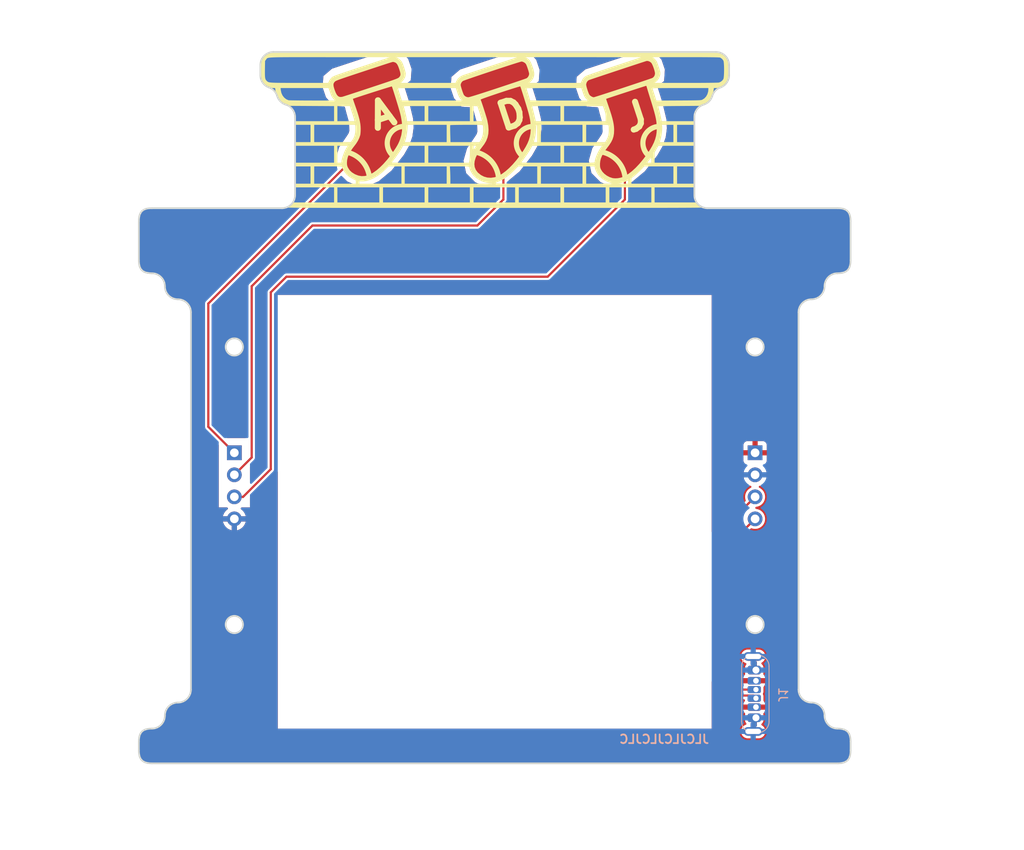
<source format=kicad_pcb>
(kicad_pcb (version 20221018) (generator pcbnew)
  (layers (0 "F.Cu" signal) (31 "B.Cu" signal) (34 "B.Paste" user) (35 "F.Paste" user) (36 "B.SilkS" user "B.Silkscreen") (37 "F.SilkS" user "F.Silkscreen") (38 "B.Mask" user) (39 "F.Mask" user) (44 "Edge.Cuts" user))
  (net 0 "")
  (net 1 "/CC1")
  (net 2 "+5V")
  (net 3 "GND")
  (net 4 "/CC2")
  (net 5 "/TOUCH1")
  (net 6 "/TOUCH2")
  (net 7 "/TOUCH3")
  (footprint "Connector_PinHeader_2.54mm:PinHeader_1x04_P2.54mm_Vertical" (layer "F.Cu") (at 160 106.2)
    (fp_text reference "J3" hide)
    (fp_text value "PWR")
    (pad "1" thru_hole rect (at 0 0) (size 1.7 1.7) (drill 1) (layers "*.Cu" "*.Mask") (net 2 "+5V"))
    (pad "2" thru_hole oval (at 0 2.54) (size 1.7 1.7) (drill 1) (layers "*.Cu" "*.Mask") (net 3 "GND"))
    (pad "3" thru_hole oval (at 0 5.08) (size 1.7 1.7) (drill 1) (layers "*.Cu" "*.Mask") (net 1 "/CC1"))
    (pad "4" thru_hole oval (at 0 7.62) (size 1.7 1.7) (drill 1) (layers "*.Cu" "*.Mask") (net 4 "/CC2"))
  )
  (footprint "cap_sock:cap_sock" (layer "F.Cu") (at 145.635654 67.331541)
    (fp_text reference "TP3" hide)
    (fp_text value "TOUCH3" hide)
    (pad "1" smd custom (at 0 3.6) (size 2.286 2.286) (layers "F.Cu") (net 7 "/TOUCH3") (options (clearance outline) (anchor circle)) (primitives (gr_poly (pts (xy -0.986112 3.603613) (xy -1.618959 3.715068) (xy -2.244652 3.638361) (xy -2.862502 3.363651) (xy -3.579301 2.646845) (xy -3.774587 1.744484) (xy -3.476669 0.709748) (xy -2.71386 -0.404179) (xy -2.373613 -0.928337) (xy -2.2 -1.5) (xy -2.244174 -2.761999) (xy -2.629385 -4.142486) (xy -3.138633 -5.593772) (xy -3.162998 -5.66752) (xy -3.855271 -5.438806) (xy -4.554394 -5.486939) (xy -5.014261 -6.008841) (xy -5.273489 -6.773012) (xy -5.224716 -7.46296) (xy -4.695874 -7.916791) (xy 1.543446 -9.978149) (xy 2.242569 -9.930015) (xy 2.702436 -9.408113) (xy 2.961664 -8.643942) (xy 2.912891 -7.953995) (xy 2.384049 -7.500164) (xy 1.903638 -7.341445) (xy 1.979217 -7.112682) (xy 2.702758 -4.787184) (xy 3.154785 -2.905386) (xy 3.202182 -2.049534) (xy 3.089543 -1.207) (xy 2.786147 -0.345246) (xy 2.261276 0.568264) (xy 0.94845 2.238662) (xy -0.346802 3.313834)) (width 0.2) (fill yes))))
    (zone (net 0) (net_name "") (layers "F&B.Cu") (connect_pads (clearance 0)) (min_thickness 0.25)
      (keepout (tracks allowed) (vias allowed) (pads allowed) (copperpour not_allowed) (footprints allowed))
      (fill (thermal_gap 0.5) (thermal_bridge_width 0.5))
      (polygon (pts (xy 139.35179 64.159135) (xy 139.740066 65.303723) (xy 140.603972 66.284168) (xy 141.90896 66.374013) (xy 142.053193 66.959464) (xy 142.397602 68.193725) (xy 142.431787 69.170347) (xy 142.347623 69.447474) (xy 142.09108 69.842685) (xy 141.244031 71.079628) (xy 140.831761 72.511531) (xy 141.142552 73.947605) (xy 142.198625 75.003689) (xy 143.122482 75.414456) (xy 144.044496 75.527491) (xy 144.948703 75.368245) (xy 145.825469 74.970834) (xy 147.305974 73.741886) (xy 148.72926 71.930942) (xy 149.335922 70.875079) (xy 149.70405 69.829465) (xy 149.842868 68.79111) (xy 149.78525 67.750694) (xy 149.304397 65.748894) (xy 148.753603 63.990617) (xy 149.517958 63.334678) (xy 149.610378 62.027295) (xy 149.222102 60.882708) (xy 148.358196 59.902263) (xy 147.053209 59.812416) (xy 140.439819 61.99736) (xy 139.44421 62.851752)))
    )
  )
  (footprint "cap_sock:cap_sock" (layer "F.Cu") (at 116.45 67.25)
    (fp_text reference "TP1" hide)
    (fp_text value "TOUCH1" hide)
    (pad "1" smd custom (at 0 3.6) (size 2.286 2.286) (layers "F.Cu") (net 5 "/TOUCH1") (options (clearance outline) (anchor circle)) (primitives (gr_poly (pts (xy -0.986112 3.603613) (xy -1.618959 3.715068) (xy -2.244652 3.638361) (xy -2.862502 3.363651) (xy -3.579301 2.646845) (xy -3.774587 1.744484) (xy -3.476669 0.709748) (xy -2.71386 -0.404179) (xy -2.373613 -0.928337) (xy -2.2 -1.5) (xy -2.244174 -2.761999) (xy -2.629385 -4.142486) (xy -3.138633 -5.593772) (xy -3.162998 -5.66752) (xy -3.855271 -5.438806) (xy -4.554394 -5.486939) (xy -5.014261 -6.008841) (xy -5.273489 -6.773012) (xy -5.224716 -7.46296) (xy -4.695874 -7.916791) (xy 1.543446 -9.978149) (xy 2.242569 -9.930015) (xy 2.702436 -9.408113) (xy 2.961664 -8.643942) (xy 2.912891 -7.953995) (xy 2.384049 -7.500164) (xy 1.903638 -7.341445) (xy 1.979217 -7.112682) (xy 2.702758 -4.787184) (xy 3.154785 -2.905386) (xy 3.202182 -2.049534) (xy 3.089543 -1.207) (xy 2.786147 -0.345246) (xy 2.261276 0.568264) (xy 0.94845 2.238662) (xy -0.346802 3.313834)) (width 0.2) (fill yes))))
    (zone (net 0) (net_name "") (layers "F&B.Cu") (connect_pads (clearance 0)) (min_thickness 0.25)
      (keepout (tracks allowed) (vias allowed) (pads allowed) (copperpour not_allowed) (footprints allowed))
      (fill (thermal_gap 0.5) (thermal_bridge_width 0.5))
      (polygon (pts (xy 110.166136 64.077594) (xy 110.554412 65.222182) (xy 111.418318 66.202627) (xy 112.723306 66.292472) (xy 112.867539 66.877923) (xy 113.211948 68.112184) (xy 113.246133 69.088806) (xy 113.161969 69.365933) (xy 112.905426 69.761144) (xy 112.058377 70.998087) (xy 111.646107 72.42999) (xy 111.956898 73.866064) (xy 113.012971 74.922148) (xy 113.936828 75.332915) (xy 114.858842 75.44595) (xy 115.763049 75.286704) (xy 116.639815 74.889293) (xy 118.12032 73.660345) (xy 119.543606 71.849401) (xy 120.150268 70.793538) (xy 120.518396 69.747924) (xy 120.657214 68.709569) (xy 120.599596 67.669153) (xy 120.118743 65.667353) (xy 119.567949 63.909076) (xy 120.332304 63.253137) (xy 120.424724 61.945754) (xy 120.036448 60.801167) (xy 119.172542 59.820722) (xy 117.867555 59.730875) (xy 111.254165 61.915819) (xy 110.258556 62.770211)))
    )
  )
  (footprint "LOGO" (layer "F.Cu") (at 129.978798 101)
    (fp_text reference "G***" hide)
    (fp_text value "LOGO" hide)
  )
  (footprint "Connector_PinHeader_2.54mm:PinHeader_1x04_P2.54mm_Vertical" (layer "F.Cu") (at 100 106.2)
    (fp_text reference "J2" hide)
    (fp_text value "CAPTOUCH")
    (pad "1" thru_hole rect (at 0 0) (size 1.7 1.7) (drill 1) (layers "*.Cu" "*.Mask") (net 5 "/TOUCH1"))
    (pad "2" thru_hole oval (at 0 2.54) (size 1.7 1.7) (drill 1) (layers "*.Cu" "*.Mask") (net 6 "/TOUCH2"))
    (pad "3" thru_hole oval (at 0 5.08) (size 1.7 1.7) (drill 1) (layers "*.Cu" "*.Mask") (net 7 "/TOUCH3"))
    (pad "4" thru_hole oval (at 0 7.62) (size 1.7 1.7) (drill 1) (layers "*.Cu" "*.Mask") (net 3 "GND"))
  )
  (footprint "cap_sock:cap_sock" (layer "F.Cu") (at 131.2 67.35)
    (fp_text reference "TP2" hide)
    (fp_text value "TOUCH2" hide)
    (pad "1" smd custom (at 0 3.6) (size 2.286 2.286) (layers "F.Cu") (net 6 "/TOUCH2") (options (clearance outline) (anchor circle)) (primitives (gr_poly (pts (xy -0.986112 3.603613) (xy -1.618959 3.715068) (xy -2.244652 3.638361) (xy -2.862502 3.363651) (xy -3.579301 2.646845) (xy -3.774587 1.744484) (xy -3.476669 0.709748) (xy -2.71386 -0.404179) (xy -2.373613 -0.928337) (xy -2.2 -1.5) (xy -2.244174 -2.761999) (xy -2.629385 -4.142486) (xy -3.138633 -5.593772) (xy -3.162998 -5.66752) (xy -3.855271 -5.438806) (xy -4.554394 -5.486939) (xy -5.014261 -6.008841) (xy -5.273489 -6.773012) (xy -5.224716 -7.46296) (xy -4.695874 -7.916791) (xy 1.543446 -9.978149) (xy 2.242569 -9.930015) (xy 2.702436 -9.408113) (xy 2.961664 -8.643942) (xy 2.912891 -7.953995) (xy 2.384049 -7.500164) (xy 1.903638 -7.341445) (xy 1.979217 -7.112682) (xy 2.702758 -4.787184) (xy 3.154785 -2.905386) (xy 3.202182 -2.049534) (xy 3.089543 -1.207) (xy 2.786147 -0.345246) (xy 2.261276 0.568264) (xy 0.94845 2.238662) (xy -0.346802 3.313834)) (width 0.2) (fill yes))))
    (zone (net 0) (net_name "") (layers "F&B.Cu") (connect_pads (clearance 0)) (min_thickness 0.25)
      (keepout (tracks allowed) (vias allowed) (pads allowed) (copperpour not_allowed) (footprints allowed))
      (fill (thermal_gap 0.5) (thermal_bridge_width 0.5))
      (polygon (pts (xy 124.916136 64.177594) (xy 125.304412 65.322182) (xy 126.168318 66.302627) (xy 127.473306 66.392472) (xy 127.617539 66.977923) (xy 127.961948 68.212184) (xy 127.996133 69.188806) (xy 127.911969 69.465933) (xy 127.655426 69.861144) (xy 126.808377 71.098087) (xy 126.396107 72.52999) (xy 126.706898 73.966064) (xy 127.762971 75.022148) (xy 128.686828 75.432915) (xy 129.608842 75.54595) (xy 130.513049 75.386704) (xy 131.389815 74.989293) (xy 132.87032 73.760345) (xy 134.293606 71.949401) (xy 134.900268 70.893538) (xy 135.268396 69.847924) (xy 135.407214 68.809569) (xy 135.349596 67.769153) (xy 134.868743 65.767353) (xy 134.317949 64.009076) (xy 135.082304 63.353137) (xy 135.174724 62.045754) (xy 134.786448 60.901167) (xy 133.922542 59.920722) (xy 132.617555 59.830875) (xy 126.004165 62.015819) (xy 125.008556 62.870211)))
    )
  )
  (footprint "Library:TYPE-C-31-D-08" (layer "B.Cu") (at 158.45 134 90)
    (fp_text reference "J1" (at -0.1 4.75 270 unlocked) (layer "B.SilkS") (effects (justify mirror)))
    (fp_text value "USB_C_Receptacle_PowerOnly_6P")
    (pad "A5" thru_hole roundrect (at -0.5 1.65 90) (size 0.82 1.524) (drill 0.6 (offset 0 -0.2)) (layers "*.Cu" "*.Mask") (net 1 "/CC1"))
    (pad "A9" thru_hole roundrect (at 1.52 1.65 90) (size 0.862 1.524) (drill 0.65 (offset 0 -0.2)) (layers "*.Cu" "*.Mask") (net 2 "+5V"))
    (pad "A12" thru_hole roundrect (at 2.75 1.65 90) (size 1 1.524) (drill 0.8 (offset 0 -0.2)) (layers "*.Cu" "*.Mask") (net 3 "GND"))
    (pad "B5" thru_hole roundrect (at 0.5 1.65 90) (size 0.82 1.524) (drill 0.6 (offset 0 -0.2)) (layers "*.Cu" "*.Mask") (net 4 "/CC2"))
    (pad "B9" thru_hole roundrect (at -1.52 1.65 90) (size 0.862 1.524) (drill 0.65 (offset 0 -0.2)) (layers "*.Cu" "*.Mask") (net 2 "+5V"))
    (pad "B12" thru_hole roundrect (at -2.75 1.65 90) (size 1 1.524) (drill 0.8 (offset 0 -0.2)) (layers "*.Cu" "*.Mask") (net 3 "GND"))
    (pad "S1" thru_hole oval (at -4.32 1.33 90) (size 1 2.2) (drill oval 0.6 1.8) (layers "*.Cu" "*.Mask") (net 3 "GND"))
    (pad "S1" thru_hole oval (at 4.32 1.33 90) (size 1 2.2) (drill oval 0.6 1.8) (layers "*.Cu" "*.Mask") (net 3 "GND"))
  )
  (gr_arc (start 118.327356 71.991842) (mid 117.724671 69.871479) (end 119.507368 68.574884) (stroke (width 0.6)) (layer "F.SilkS"))
  (gr_arc (start 133.2 71.991842) (mid 132.597315 69.871479) (end 134.380012 68.574884) (stroke (width 0.6)) (layer "F.SilkS"))
  (gr_arc (start 112.994679 71.55) (mid 114.725 72.569975) (end 115.555859 74.398645) (stroke (width 0.6)) (layer "F.SilkS"))
  (gr_arc (start 147.782677 71.991842) (mid 147.179992 69.871479) (end 148.962689 68.574884) (stroke (width 0.6)) (layer "F.SilkS"))
  (gr_arc (start 127.867323 71.55) (mid 129.597644 72.569975) (end 130.428503 74.398645) (stroke (width 0.6)) (layer "F.SilkS"))
  (gr_arc (start 142.45 71.55) (mid 144.180321 72.569975) (end 145.01118 74.398645) (stroke (width 0.6)) (layer "F.SilkS"))
  (gr_arc locked (start 95 133.5) (mid 94.56066 134.56066) (end 93.5 135) (stroke (width 0.2)) (layer "Edge.Cuts"))
  (gr_line locked (start 103 61.5) (end 103 62.671573) (stroke (width 0.2)) (layer "Edge.Cuts"))
  (gr_curve locked (pts (xy 169.5 138) (xy 169.790926 138) (xy 170.031356 138.032804) (xy 170.228254 138.099325)) (stroke (width 0.2)) (layer "Edge.Cuts"))
  (gr_curve locked (pts (xy 89.043877 138.98409) (xy 89.011257 139.151924) (xy 89 139.329577) (xy 89 139.5)) (stroke (width 0.2)) (layer "Edge.Cuts"))
  (gr_curve locked (pts (xy 89.099325 84.728254) (xy 89.145523 84.864998) (xy 89.211805 84.992056) (xy 89.306687 85.101164)) (stroke (width 0.2)) (layer "Edge.Cuts"))
  (gr_arc locked (start 157 62.671573) (mid 156.724755 63.537611) (end 156 64.085786) (stroke (width 0.2)) (layer "Edge.Cuts"))
  (gr_curve locked (pts (xy 89 140.5) (xy 89 140.790926) (xy 89.032804 141.031356) (xy 89.099325 141.228254)) (stroke (width 0.2)) (layer "Edge.Cuts"))
  (gr_line locked (start 89 139.5) (end 89 140.5) (stroke (width 0.2)) (layer "Edge.Cuts"))
  (gr_arc locked (start 104 64.085786) (mid 103.275255 63.537598) (end 103 62.671573) (stroke (width 0.2)) (layer "Edge.Cuts"))
  (gr_arc locked (start 155.064586 65.064586) (mid 155.415579 64.463646) (end 156 64.085786) (stroke (width 0.2)) (layer "Edge.Cuts"))
  (gr_line locked (start 95 90) (end 95 133.5) (stroke (width 0.2)) (layer "Edge.Cuts"))
  (gr_curve locked (pts (xy 89.98409 85.456123) (xy 90.151924 85.488743) (xy 90.329577 85.5) (xy 90.5 85.5)) (stroke (width 0.2)) (layer "Edge.Cuts"))
  (gr_circle locked (center 160 94) (end 161 94) (stroke (width 0.2)) (fill none) (layer "Edge.Cuts"))
  (gr_curve locked (pts (xy 170.01591 141.956123) (xy 169.848076 141.988743) (xy 169.670423 142) (xy 169.5 142)) (stroke (width 0.2)) (layer "Edge.Cuts"))
  (gr_curve locked (pts (xy 170.828226 138.599348) (xy 170.890259 138.719768) (xy 170.930332 138.851395) (xy 170.956123 138.98409)) (stroke (width 0.2)) (layer "Edge.Cuts"))
  (gr_curve locked (pts (xy 89.771746 78.099325) (xy 89.635002 78.145523) (xy 89.507944 78.211805) (xy 89.398836 78.306687)) (stroke (width 0.2)) (layer "Edge.Cuts"))
  (gr_arc locked (start 166.5 135) (mid 167.56066 135.43934) (end 168 136.5) (stroke (width 0.2)) (layer "Edge.Cuts"))
  (gr_circle locked (center 100 126) (end 101 126) (stroke (width 0.2)) (fill none) (layer "Edge.Cuts"))
  (gr_curve locked (pts (xy 89.98409 141.956123) (xy 90.151924 141.988743) (xy 90.329577 142) (xy 90.5 142)) (stroke (width 0.2)) (layer "Edge.Cuts"))
  (gr_line locked (start 157 62.671573) (end 157 61.5) (stroke (width 0.2)) (layer "Edge.Cuts"))
  (gr_curve locked (pts (xy 89.599348 85.328226) (xy 89.719768 85.390259) (xy 89.851395 85.430332) (xy 89.98409 85.456123)) (stroke (width 0.2)) (layer "Edge.Cuts"))
  (gr_curve locked (pts (xy 89 84) (xy 89 84.290926) (xy 89.032804 84.531356) (xy 89.099325 84.728254)) (stroke (width 0.2)) (layer "Edge.Cuts"))
  (gr_curve locked (pts (xy 170.693313 141.601164) (xy 170.610706 141.696157) (xy 170.512501 141.770608) (xy 170.400652 141.828226)) (stroke (width 0.2)) (layer "Edge.Cuts"))
  (gr_curve locked (pts (xy 170.400652 141.828226) (xy 170.280232 141.890259) (xy 170.148605 141.930332) (xy 170.01591 141.956123)) (stroke (width 0.2)) (layer "Edge.Cuts"))
  (gr_arc locked (start 107 76.5) (mid 106.56066 77.56066) (end 105.5 78) (stroke (width 0.2)) (layer "Edge.Cuts"))
  (gr_curve locked (pts (xy 170.693313 85.101164) (xy 170.610706 85.196157) (xy 170.512501 85.270608) (xy 170.400652 85.328226)) (stroke (width 0.2)) (layer "Edge.Cuts"))
  (gr_line locked (start 171 140.5) (end 171 139.5) (stroke (width 0.2)) (layer "Edge.Cuts"))
  (gr_line locked (start 153 76.5) (end 153 67.5) (stroke (width 0.2)) (layer "Edge.Cuts"))
  (gr_arc locked (start 105.935414 66.064586) (mid 105.310169 65.689831) (end 104.935414 65.064586) (stroke (width 0.2)) (layer "Edge.Cuts"))
  (gr_line locked (start 107 67.5) (end 107 76.5) (stroke (width 0.2)) (layer "Edge.Cuts"))
  (gr_line locked (start 90.5 142) (end 169.5 142) (stroke (width 0.2)) (layer "Edge.Cuts"))
  (gr_arc locked (start 168 87) (mid 168.43934 85.93934) (end 169.5 85.5) (stroke (width 0.2)) (layer "Edge.Cuts"))
  (gr_curve locked (pts (xy 170.01591 85.456123) (xy 169.848076 85.488743) (xy 169.670423 85.5) (xy 169.5 85.5)) (stroke (width 0.2)) (layer "Edge.Cuts"))
  (gr_arc locked (start 154.5 78) (mid 153.43934 77.56066) (end 153 76.5) (stroke (width 0.2)) (layer "Edge.Cuts"))
  (gr_arc locked (start 103 61.5) (mid 103.43934 60.43934) (end 104.5 60) (stroke (width 0.2)) (layer "Edge.Cuts"))
  (gr_curve locked (pts (xy 171 140.5) (xy 171 140.790926) (xy 170.967196 141.031356) (xy 170.900675 141.228254)) (stroke (width 0.2)) (layer "Edge.Cuts"))
  (gr_curve locked (pts (xy 89.599348 141.828226) (xy 89.719768 141.890259) (xy 89.851395 141.930332) (xy 89.98409 141.956123)) (stroke (width 0.2)) (layer "Edge.Cuts"))
  (gr_arc locked (start 165 90) (mid 165.43934 88.93934) (end 166.5 88.5) (stroke (width 0.2)) (layer "Edge.Cuts"))
  (gr_curve locked (pts (xy 170.228254 138.099325) (xy 170.364998 138.145523) (xy 170.492056 138.211805) (xy 170.601164 138.306687)) (stroke (width 0.2)) (layer "Edge.Cuts"))
  (gr_arc locked (start 155.5 60) (mid 156.56066 60.43934) (end 157 61.5) (stroke (width 0.2)) (layer "Edge.Cuts"))
  (gr_arc locked (start 104 64.085786) (mid 104.584421 64.463645) (end 104.935414 65.064586) (stroke (width 0.2)) (layer "Edge.Cuts"))
  (gr_curve locked (pts (xy 90.5 78) (xy 90.209074 78) (xy 89.968644 78.032804) (xy 89.771746 78.099325)) (stroke (width 0.2)) (layer "Edge.Cuts"))
  (gr_arc locked (start 105.935414 66.064586) (mid 106.704807 66.606446) (end 107 67.5) (stroke (width 0.2)) (layer "Edge.Cuts"))
  (gr_curve locked (pts (xy 171 84) (xy 171 84.290926) (xy 170.967196 84.531356) (xy 170.900675 84.728254)) (stroke (width 0.2)) (layer "Edge.Cuts"))
  (gr_curve locked (pts (xy 170.956123 78.98409) (xy 170.988743 79.151924) (xy 171 79.329577) (xy 171 79.5)) (stroke (width 0.2)) (layer "Edge.Cuts"))
  (gr_arc locked (start 155.064586 65.064586) (mid 154.689835 65.689835) (end 154.064586 66.064586) (stroke (width 0.2)) (layer "Edge.Cuts"))
  (gr_arc locked (start 168 87) (mid 167.56066 88.06066) (end 166.5 88.5) (stroke (width 0.2)) (layer "Edge.Cuts"))
  (gr_curve locked (pts (xy 170.900675 84.728254) (xy 170.854477 84.864998) (xy 170.788195 84.992056) (xy 170.693313 85.101164)) (stroke (width 0.2)) (layer "Edge.Cuts"))
  (gr_curve locked (pts (xy 170.828226 78.599348) (xy 170.890259 78.719768) (xy 170.930332 78.851395) (xy 170.956123 78.98409)) (stroke (width 0.2)) (layer "Edge.Cuts"))
  (gr_line locked (start 155.5 60) (end 104.5 60) (stroke (width 0.2)) (layer "Edge.Cuts"))
  (gr_line locked (start 89 79.5) (end 89 84) (stroke (width 0.2)) (layer "Edge.Cuts"))
  (gr_arc locked (start 153 67.5) (mid 153.295193 66.606446) (end 154.064586 66.064586) (stroke (width 0.2)) (layer "Edge.Cuts"))
  (gr_curve locked (pts (xy 90.5 138) (xy 90.209074 138) (xy 89.968644 138.032804) (xy 89.771746 138.099325)) (stroke (width 0.2)) (layer "Edge.Cuts"))
  (gr_curve locked (pts (xy 170.601164 78.306687) (xy 170.696157 78.389294) (xy 170.770608 78.487499) (xy 170.828226 78.599348)) (stroke (width 0.2)) (layer "Edge.Cuts"))
  (gr_curve locked (pts (xy 170.400652 85.328226) (xy 170.280232 85.390259) (xy 170.148605 85.430332) (xy 170.01591 85.456123)) (stroke (width 0.2)) (layer "Edge.Cuts"))
  (gr_curve locked (pts (xy 170.900675 141.228254) (xy 170.854477 141.364998) (xy 170.788195 141.492056) (xy 170.693313 141.601164)) (stroke (width 0.2)) (layer "Edge.Cuts"))
  (gr_curve locked (pts (xy 170.956123 138.98409) (xy 170.988743 139.151924) (xy 171 139.329577) (xy 171 139.5)) (stroke (width 0.2)) (layer "Edge.Cuts"))
  (gr_line locked (start 171 84) (end 171 79.5) (stroke (width 0.2)) (layer "Edge.Cuts"))
  (gr_arc locked (start 93.5 88.5) (mid 92.43934 88.06066) (end 92 87) (stroke (width 0.2)) (layer "Edge.Cuts"))
  (gr_curve locked (pts (xy 89.043877 78.98409) (xy 89.011257 79.151924) (xy 89 79.329577) (xy 89 79.5)) (stroke (width 0.2)) (layer "Edge.Cuts"))
  (gr_curve locked (pts (xy 169.5 78) (xy 169.790926 78) (xy 170.031356 78.032804) (xy 170.228254 78.099325)) (stroke (width 0.2)) (layer "Edge.Cuts"))
  (gr_curve locked (pts (xy 89.306687 85.101164) (xy 89.389294 85.196157) (xy 89.487499 85.270608) (xy 89.599348 85.328226)) (stroke (width 0.2)) (layer "Edge.Cuts"))
  (gr_curve locked (pts (xy 170.601164 138.306687) (xy 170.696157 138.389294) (xy 170.770608 138.487499) (xy 170.828226 138.599348)) (stroke (width 0.2)) (layer "Edge.Cuts"))
  (gr_curve locked (pts (xy 89.306687 141.601164) (xy 89.389294 141.696157) (xy 89.487499 141.770608) (xy 89.599348 141.828226)) (stroke (width 0.2)) (layer "Edge.Cuts"))
  (gr_arc locked (start 92 136.5) (mid 91.56066 137.56066) (end 90.5 138) (stroke (width 0.2)) (layer "Edge.Cuts"))
  (gr_curve locked (pts (xy 89.398836 78.306687) (xy 89.303843 78.389294) (xy 89.229392 78.487499) (xy 89.171774 78.599348)) (stroke (width 0.2)) (layer "Edge.Cuts"))
  (gr_line locked (start 165 133.5) (end 165 90) (stroke (width 0.2)) (layer "Edge.Cuts"))
  (gr_curve locked (pts (xy 170.228254 78.099325) (xy 170.364998 78.145523) (xy 170.492056 78.211805) (xy 170.601164 78.306687)) (stroke (width 0.2)) (layer "Edge.Cuts"))
  (gr_arc locked (start 166.5 135) (mid 165.43934 134.56066) (end 165 133.5) (stroke (width 0.2)) (layer "Edge.Cuts"))
  (gr_curve locked (pts (xy 89.771746 138.099325) (xy 89.635002 138.145523) (xy 89.507944 138.211805) (xy 89.398836 138.306687)) (stroke (width 0.2)) (layer "Edge.Cuts"))
  (gr_line locked (start 105.5 78) (end 90.5 78) (stroke (width 0.2)) (layer "Edge.Cuts"))
  (gr_circle locked (center 160 126) (end 161 126) (stroke (width 0.2)) (fill none) (layer "Edge.Cuts"))
  (gr_curve locked (pts (xy 89.171774 78.599348) (xy 89.109741 78.719768) (xy 89.069668 78.851395) (xy 89.043877 78.98409)) (stroke (width 0.2)) (layer "Edge.Cuts"))
  (gr_arc locked (start 90.5 85.5) (mid 91.56066 85.93934) (end 92 87) (stroke (width 0.2)) (layer "Edge.Cuts"))
  (gr_arc locked (start 169.5 138) (mid 168.43934 137.56066) (end 168 136.5) (stroke (width 0.2)) (layer "Edge.Cuts"))
  (gr_arc locked (start 93.5 88.5) (mid 94.56066 88.93934) (end 95 90) (stroke (width 0.2)) (layer "Edge.Cuts"))
  (gr_curve locked (pts (xy 89.398836 138.306687) (xy 89.303843 138.389294) (xy 89.229392 138.487499) (xy 89.171774 138.599348)) (stroke (width 0.2)) (layer "Edge.Cuts"))
  (gr_line locked (start 169.5 78) (end 154.5 78) (stroke (width 0.2)) (layer "Edge.Cuts"))
  (gr_circle locked (center 100 94) (end 101 94) (stroke (width 0.2)) (fill none) (layer "Edge.Cuts"))
  (gr_curve locked (pts (xy 89.099325 141.228254) (xy 89.145523 141.364998) (xy 89.211805 141.492056) (xy 89.306687 141.601164)) (stroke (width 0.2)) (layer "Edge.Cuts"))
  (gr_arc locked (start 92 136.5) (mid 92.43934 135.43934) (end 93.5 135) (stroke (width 0.2)) (layer "Edge.Cuts"))
  (gr_curve locked (pts (xy 89.171774 138.599348) (xy 89.109741 138.719768) (xy 89.069668 138.851395) (xy 89.043877 138.98409)) (stroke (width 0.2)) (layer "Edge.Cuts"))
  (gr_text "JLCJLCJLCJLC" (at 154.8 139.8) (layer "B.SilkS") (effects (font (size 1 1) (thickness 0.2) bold) (justify left bottom mirror)))
  (gr_text "A" (at 115.95 69.35 18.2) (layer "F.SilkS") (effects (font (size 3 3) (thickness 0.7) bold) (justify left bottom)))
  (gr_text "J" (at 145.3 69.6 18.2) (layer "F.SilkS") (effects (font (size 3 3) (thickness 0.7) bold) (justify left bottom)))
  (gr_text "D" (at 130.625 69.45 18.2) (layer "F.SilkS") (effects (font (size 3 3) (thickness 0.7) bold) (justify left bottom)))
  (segment (start 159.785 134.185) (end 157.585 134.185) (width 0.25) (layer "F.Cu") (net 1))
  (segment (start 155.86 132.46) (end 155.86 115.42) (width 0.25) (layer "F.Cu") (net 1))
  (segment (start 155.86 115.42) (end 160 111.28) (width 0.25) (layer "F.Cu") (net 1))
  (segment (start 157.585 134.185) (end 155.86 132.46) (width 0.25) (layer "F.Cu") (net 1))
  (segment (start 160.1 134.5) (end 159.785 134.185) (width 0.25) (layer "F.Cu") (net 1))
  (segment (start 157.15 132.63) (end 157.15 116.67) (width 0.25) (layer "F.Cu") (net 4))
  (segment (start 157.15 116.67) (end 160 113.82) (width 0.25) (layer "F.Cu") (net 4))
  (segment (start 160.1 133.5) (end 158.02 133.5) (width 0.25) (layer "F.Cu") (net 4))
  (segment (start 158.02 133.5) (end 157.15 132.63) (width 0.25) (layer "F.Cu") (net 4))
  (segment (start 100 106.2) (end 97 103.2) (width 0.25) (layer "F.Cu") (net 5))
  (segment (start 97 103.2) (end 97 89) (width 0.25) (layer "F.Cu") (net 5))
  (segment (start 116 70) (end 116 68) (width 0.25) (layer "F.Cu") (net 5))
  (segment (start 97 89) (end 116 70) (width 0.25) (layer "F.Cu") (net 5))
  (segment (start 102 106.74) (end 102 87) (width 0.25) (layer "F.Cu") (net 6))
  (segment (start 102 87) (end 109 80) (width 0.25) (layer "F.Cu") (net 6))
  (segment (start 128 80) (end 131 77) (width 0.25) (layer "F.Cu") (net 6))
  (segment (start 100 108.74) (end 102 106.74) (width 0.25) (layer "F.Cu") (net 6))
  (segment (start 131 77) (end 131 68) (width 0.25) (layer "F.Cu") (net 6))
  (segment (start 109 80) (end 128 80) (width 0.25) (layer "F.Cu") (net 6))
  (segment (start 100 111.28) (end 101.01 111.28) (width 0.25) (layer "F.Cu") (net 7))
  (segment (start 145 77) (end 145 68) (width 0.25) (layer "F.Cu") (net 7))
  (segment (start 106 85.9) (end 136.1 85.9) (width 0.25) (layer "F.Cu") (net 7))
  (segment (start 104.2 108.09) (end 104.2 87.7) (width 0.25) (layer "F.Cu") (net 7))
  (segment (start 136.1 85.9) (end 145 77) (width 0.25) (layer "F.Cu") (net 7))
  (segment (start 101.01 111.28) (end 104.2 108.09) (width 0.25) (layer "F.Cu") (net 7))
  (segment (start 104.2 87.7) (end 106 85.9) (width 0.25) (layer "F.Cu") (net 7))
  (zone (net 0) (net_name "") (layer "F.Cu") (connect_pads (clearance 0)) (min_thickness 0.25)
    (keepout (tracks allowed) (vias allowed) (pads allowed) (copperpour not_allowed) (footprints allowed))
    (fill (thermal_gap 0.5) (thermal_bridge_width 0.6))
    (polygon (pts (xy 158.7 107.5) (xy 161.3 107.5) (xy 161.3 110) (xy 158.7 110)))
  )
  (zone (net 2) (net_name "+5V") (layer "F.Cu") (priority 1) (connect_pads (clearance 0.3)) (min_thickness 0.25) (fill yes (thermal_gap 0.5) (thermal_bridge_width 0.6))
    (polygon (pts (xy 165 104) (xy 165 140) (xy 157 140) (xy 157 104)))
  )
  (zone (net 0) (net_name "") (layers "F&B.Cu") (connect_pads (clearance 0)) (min_thickness 0.25)
    (keepout (tracks not_allowed) (vias not_allowed) (pads not_allowed) (copperpour not_allowed) (footprints not_allowed))
    (fill (thermal_gap 0.5) (thermal_bridge_width 0.5))
    (polygon (pts (xy 105 88) (xy 155 88) (xy 155 138) (xy 105 138)))
  )
  (zone (net 3) (net_name "GND") (layers "F&B.Cu") (connect_pads (clearance 0.5)) (min_thickness 0.25) (fill yes (thermal_gap 0.5) (thermal_bridge_width 0.6) (island_removal_mode 1) (island_area_min 10))
    (polygon (pts (xy 73 54) (xy 190 54) (xy 190 152) (xy 191 151) (xy 73 151)))
  )
  (zone (net 0) (net_name "") (layers "F&B.Cu") (connect_pads (clearance 0)) (min_thickness 0.25)
    (keepout (tracks allowed) (vias allowed) (pads allowed) (copperpour not_allowed) (footprints allowed))
    (fill (thermal_gap 0.5) (thermal_bridge_width 0.5))
    (polygon (pts (xy 101.8 104.5) (xy 101.8 112.5) (xy 98.2 112.5) (xy 98.2 104.5)))
  )
  (zone (net 0) (net_name "") (layers "F&B.Cu" "F.Fab") (connect_pads (clearance 0)) (min_thickness 0.25)
    (keepout (tracks allowed) (vias allowed) (pads allowed) (copperpour not_allowed) (footprints allowed))
    (fill (thermal_gap 0.5) (thermal_bridge_width 0.6) (island_removal_mode 1) (island_area_min 10))
    (polygon (pts (xy 144.995413 67.630016) (xy 145.017791 67.628817) (xy 145.087507 67.638841) (xy 145.108638 67.646295) (xy 145.130877 67.649089) (xy 145.154193 67.662366) (xy 145.179496 67.671293) (xy 145.196169 67.68627) (xy 145.215642 67.697359) (xy 145.268872 67.743482) (xy 145.28262 67.76118) (xy 145.299818 67.775553) (xy 145.312254 67.799327) (xy 145.328713 67.820515) (xy 145.334642 67.842127) (xy 145.345031 67.861988) (xy 145.364874 67.929568) (xy 145.368049 67.965059) (xy 145.375 68) (xy 145.375 77) (xy 145.371493 77.01763) (xy 145.372455 77.035585) (xy 145.370397 77.049892) (xy 145.370706 77.05335) (xy 145.368134 77.061555) (xy 145.368294 77.064522) (xy 145.367396 77.070772) (xy 145.365882 77.075062) (xy 145.365964 77.07961) (xy 145.361037 77.092129) (xy 145.359363 77.105482) (xy 145.348301 77.124914) (xy 145.348108 77.125462) (xy 145.341537 77.146432) (xy 145.340228 77.148828) (xy 145.339605 77.149573) (xy 145.334953 77.162764) (xy 145.331913 77.166148) (xy 145.330248 77.170381) (xy 145.318352 77.18889) (xy 145.30781 77.208197) (xy 145.284961 77.235537) (xy 145.265165 77.265165) (xy 136.365165 86.165165) (xy 136.350216 86.175153) (xy 136.338204 86.188526) (xy 136.32665 86.197173) (xy 136.324427 86.199834) (xy 136.316791 86.203827) (xy 136.314796 86.206049) (xy 136.309741 86.209833) (xy 136.305639 86.211795) (xy 136.302481 86.215069) (xy 136.29015 86.220435) (xy 136.279524 86.228694) (xy 136.257954 86.234615) (xy 136.257526 86.23482) (xy 136.237988 86.245038) (xy 136.235368 86.245807) (xy 136.234384 86.245894) (xy 136.221752 86.25194) (xy 136.217207 86.252183) (xy 136.21304 86.253998) (xy 136.191548 86.258672) (xy 136.170441 86.264871) (xy 136.134947 86.268048) (xy 136.1 86.275) (xy 106.155331 86.275) (xy 104.575 87.85533) (xy 104.575 108.09) (xy 104.571493 108.10763) (xy 104.572455 108.125578) (xy 104.57039 108.139936) (xy 104.570699 108.143401) (xy 104.568138 108.151567) (xy 104.568296 108.154502) (xy 104.567398 108.160755) (xy 104.565881 108.165055) (xy 104.565963 108.169613) (xy 104.561028 108.182152) (xy 104.55935 108.19552) (xy 104.548295 108.214932) (xy 104.548045 108.215642) (xy 104.541512 108.236477) (xy 104.540204 108.23887) (xy 104.539601 108.23959) (xy 104.534962 108.252749) (xy 104.531915 108.256142) (xy 104.530246 108.260384) (xy 104.518351 108.278891) (xy 104.507812 108.298194) (xy 104.48496 108.325538) (xy 104.465165 108.355165) (xy 101.275165 111.545165) (xy 101.260216 111.555153) (xy 101.248204 111.568526) (xy 101.23665 111.577173) (xy 101.234427 111.579834) (xy 101.226791 111.583827) (xy 101.224796 111.586049) (xy 101.219741 111.589833) (xy 101.215639 111.591795) (xy 101.212481 111.595069) (xy 101.20015 111.600435) (xy 101.189524 111.608694) (xy 101.167954 111.614615) (xy 101.167526 111.61482) (xy 101.147988 111.625038) (xy 101.145368 111.625807) (xy 101.144384 111.625894) (xy 101.131752 111.63194) (xy 101.127207 111.632183) (xy 101.12304 111.633998) (xy 101.101548 111.638672) (xy 101.080441 111.644871) (xy 101.044947 111.648048) (xy 101.01 111.655) (xy 100 111.655) (xy 99.982372 111.651493) (xy 99.964424 111.652456) (xy 99.929207 111.647393) (xy 99.924929 111.645884) (xy 99.920395 111.645965) (xy 99.87909 111.629713) (xy 99.837218 111.614942) (xy 99.833842 111.61191) (xy 99.829623 111.61025) (xy 99.770371 111.572171) (xy 99.754244 111.55661) (xy 99.735176 111.544831) (xy 99.719483 111.523069) (xy 99.700176 111.504439) (xy 99.69123 111.483888) (xy 99.678123 111.465711) (xy 99.648864 111.401642) (xy 99.64371 111.379834) (xy 99.634037 111.359615) (xy 99.632601 111.332821) (xy 99.626431 111.306711) (xy 99.630016 111.284587) (xy 99.628817 111.262209) (xy 99.638841 111.192493) (xy 99.646295 111.171361) (xy 99.649089 111.149123) (xy 99.662366 111.125806) (xy 99.671293 111.100504) (xy 99.68627 111.08383) (xy 99.697359 111.064358) (xy 99.743482 111.011128) (xy 99.76118 110.997379) (xy 99.775553 110.980182) (xy 99.799327 110.967745) (xy 99.820515 110.951287) (xy 99.842127 110.945357) (xy 99.861988 110.934969) (xy 99.929568 110.915126) (xy 99.965059 110.91195) (xy 100 110.905) (xy 100.85467 110.905) (xy 103.825 107.93467) (xy 103.825 87.7) (xy 103.828506 87.682372) (xy 103.827544 87.664428) (xy 103.829588 87.650203) (xy 103.829281 87.646774) (xy 103.831875 87.638481) (xy 103.831712 87.635433) (xy 103.832611 87.629184) (xy 103.834115 87.624919) (xy 103.834035 87.620396) (xy 103.838971 87.607848) (xy 103.840653 87.594468) (xy 103.851715 87.575042) (xy 103.851748 87.574949) (xy 103.858403 87.553677) (xy 103.859711 87.55128) (xy 103.860386 87.550471) (xy 103.86507 87.537198) (xy 103.868092 87.533833) (xy 103.869749 87.529624) (xy 103.88165 87.511104) (xy 103.892195 87.491795) (xy 103.915039 87.46446) (xy 103.934835 87.434835) (xy 105.734834 85.634835) (xy 105.749778 85.624849) (xy 105.761787 85.61148) (xy 105.773282 85.602873) (xy 105.775485 85.600237) (xy 105.783195 85.5962) (xy 105.785248 85.593916) (xy 105.790303 85.590133) (xy 105.794375 85.588185) (xy 105.797511 85.584936) (xy 105.809885 85.579549) (xy 105.820541 85.571274) (xy 105.842092 85.565364) (xy 105.842117 85.565352) (xy 105.861903 85.554994) (xy 105.864522 85.554224) (xy 105.865586 85.554128) (xy 105.878302 85.548047) (xy 105.88281 85.547805) (xy 105.88695 85.546004) (xy 105.908452 85.541326) (xy 105.929569 85.535126) (xy 105.965058 85.53195) (xy 106 85.525) (xy 135.94467 85.525) (xy 144.625 76.844669) (xy 144.625 68) (xy 144.628506 67.982372) (xy 144.627544 67.964424) (xy 144.632607 67.929207) (xy 144.634115 67.924929) (xy 144.634035 67.920395) (xy 144.650286 67.87909) (xy 144.665058 67.837218) (xy 144.668089 67.833842) (xy 144.66975 67.829623) (xy 144.707829 67.770371) (xy 144.72339 67.754243) (xy 144.735169 67.735176) (xy 144.75693 67.719483) (xy 144.775561 67.700176) (xy 144.796111 67.69123) (xy 144.814289 67.678123) (xy 144.878358 67.648863) (xy 144.900168 67.643709) (xy 144.920385 67.634037) (xy 144.947176 67.632601) (xy 144.973289 67.626431)))
  )
  (zone (net 0) (net_name "") (layers "F&B.Cu" "F.Fab") (connect_pads (clearance 0)) (min_thickness 0.25)
    (keepout (tracks allowed) (vias allowed) (pads allowed) (copperpour not_allowed) (footprints allowed))
    (fill (thermal_gap 0.5) (thermal_bridge_width 0.6) (island_removal_mode 1) (island_area_min 10))
    (polygon (pts (xy 115.995413 67.630016) (xy 116.017791 67.628817) (xy 116.087507 67.638841) (xy 116.108638 67.646295) (xy 116.130877 67.649089) (xy 116.154193 67.662366) (xy 116.179496 67.671293) (xy 116.196169 67.68627) (xy 116.215642 67.697359) (xy 116.268872 67.743482) (xy 116.28262 67.76118) (xy 116.299818 67.775553) (xy 116.312254 67.799327) (xy 116.328713 67.820515) (xy 116.334642 67.842127) (xy 116.345031 67.861988) (xy 116.364874 67.929568) (xy 116.368049 67.965059) (xy 116.375 68) (xy 116.375 70) (xy 116.371493 70.01763) (xy 116.372455 70.035585) (xy 116.370397 70.049892) (xy 116.370706 70.05335) (xy 116.368134 70.061555) (xy 116.368294 70.064522) (xy 116.367396 70.070772) (xy 116.365882 70.075062) (xy 116.365964 70.07961) (xy 116.361037 70.092129) (xy 116.359363 70.105482) (xy 116.348301 70.124914) (xy 116.348108 70.125462) (xy 116.341537 70.146432) (xy 116.340228 70.148828) (xy 116.339605 70.149573) (xy 116.334953 70.162764) (xy 116.331913 70.166148) (xy 116.330248 70.170381) (xy 116.318352 70.18889) (xy 116.30781 70.208197) (xy 116.284965 70.235533) (xy 116.265166 70.265165) (xy 97.375 89.15533) (xy 97.375 103.044669) (xy 100.265166 105.934835) (xy 100.275152 105.949781) (xy 100.288522 105.96179) (xy 100.309844 105.990272) (xy 100.311801 105.994362) (xy 100.315068 105.997515) (xy 100.332785 106.03822) (xy 100.351945 106.078264) (xy 100.352187 106.082796) (xy 100.353998 106.086955) (xy 100.368969 106.155779) (xy 100.369368 106.178183) (xy 100.374523 106.199996) (xy 100.37023 106.226484) (xy 100.370709 106.253308) (xy 100.362504 106.27416) (xy 100.358919 106.296285) (xy 100.334305 106.362277) (xy 100.322526 106.381344) (xy 100.315071 106.402478) (xy 100.297142 106.422437) (xy 100.283041 106.445265) (xy 100.264861 106.458374) (xy 100.249886 106.475046) (xy 100.193502 106.517255) (xy 100.173285 106.526927) (xy 100.155588 106.540675) (xy 100.129715 106.547772) (xy 100.105509 106.559354) (xy 100.083127 106.560553) (xy 100.061518 106.566482) (xy 99.991265 106.571507) (xy 99.969029 106.568714) (xy 99.946705 106.570712) (xy 99.9211 106.562694) (xy 99.89448 106.559351) (xy 99.875002 106.548259) (xy 99.853616 106.541563) (xy 99.791799 106.507808) (xy 99.764461 106.48496) (xy 99.734835 106.465165) (xy 96.734835 103.465165) (xy 96.724848 103.450218) (xy 96.711479 103.43821) (xy 96.702864 103.426702) (xy 96.700221 103.424495) (xy 96.696195 103.416804) (xy 96.693931 103.41477) (xy 96.690148 103.409716) (xy 96.688194 103.405631) (xy 96.684935 103.402487) (xy 96.679557 103.390132) (xy 96.67129 103.379491) (xy 96.665373 103.357927) (xy 96.66531 103.357794) (xy 96.654987 103.338072) (xy 96.654217 103.335452) (xy 96.654123 103.33441) (xy 96.648053 103.321721) (xy 96.64781 103.317201) (xy 96.646003 103.313048) (xy 96.641323 103.291536) (xy 96.635127 103.270433) (xy 96.631951 103.234944) (xy 96.625 103.2) (xy 96.625 89) (xy 96.628506 88.982372) (xy 96.627544 88.964428) (xy 96.629588 88.950203) (xy 96.629281 88.946774) (xy 96.631875 88.938481) (xy 96.631712 88.935433) (xy 96.632611 88.929184) (xy 96.634115 88.924919) (xy 96.634035 88.920396) (xy 96.638971 88.907848) (xy 96.640653 88.894468) (xy 96.651715 88.875042) (xy 96.651748 88.874949) (xy 96.658403 88.853677) (xy 96.659711 88.85128) (xy 96.660386 88.850471) (xy 96.66507 88.837198) (xy 96.668092 88.833833) (xy 96.669749 88.829624) (xy 96.68165 88.811104) (xy 96.692195 88.791795) (xy 96.715039 88.76446) (xy 96.734835 88.734835) (xy 115.625 69.844669) (xy 115.625 68) (xy 115.628506 67.982372) (xy 115.627544 67.964424) (xy 115.632607 67.929207) (xy 115.634115 67.924929) (xy 115.634035 67.920395) (xy 115.650286 67.87909) (xy 115.665058 67.837218) (xy 115.668089 67.833842) (xy 115.66975 67.829623) (xy 115.707829 67.770371) (xy 115.72339 67.754243) (xy 115.735169 67.735176) (xy 115.75693 67.719483) (xy 115.775561 67.700176) (xy 115.796111 67.69123) (xy 115.814289 67.678123) (xy 115.878358 67.648863) (xy 115.900168 67.643709) (xy 115.920385 67.634037) (xy 115.947176 67.632601) (xy 115.973289 67.626431)))
  )
  (zone (net 0) (net_name "") (layers "F&B.Cu" "F.Fab") (connect_pads (clearance 0)) (min_thickness 0.25)
    (keepout (tracks allowed) (vias allowed) (pads allowed) (copperpour not_allowed) (footprints allowed))
    (fill (thermal_gap 0.5) (thermal_bridge_width 0.6) (island_removal_mode 1) (island_area_min 10))
    (polygon (pts (xy 130.995413 67.630016) (xy 131.017791 67.628817) (xy 131.087507 67.638841) (xy 131.108638 67.646295) (xy 131.130877 67.649089) (xy 131.154193 67.662366) (xy 131.179496 67.671293) (xy 131.196169 67.68627) (xy 131.215642 67.697359) (xy 131.268872 67.743482) (xy 131.28262 67.76118) (xy 131.299818 67.775553) (xy 131.312254 67.799327) (xy 131.328713 67.820515) (xy 131.334642 67.842127) (xy 131.345031 67.861988) (xy 131.364874 67.929568) (xy 131.368049 67.965059) (xy 131.375 68) (xy 131.375 77) (xy 131.371493 77.01763) (xy 131.372455 77.035585) (xy 131.370397 77.049892) (xy 131.370706 77.05335) (xy 131.368134 77.061555) (xy 131.368294 77.064522) (xy 131.367396 77.070772) (xy 131.365882 77.075062) (xy 131.365964 77.07961) (xy 131.361037 77.092129) (xy 131.359363 77.105482) (xy 131.348301 77.124914) (xy 131.348108 77.125462) (xy 131.341537 77.146432) (xy 131.340228 77.148828) (xy 131.339605 77.149573) (xy 131.334953 77.162764) (xy 131.331913 77.166148) (xy 131.330248 77.170381) (xy 131.318352 77.18889) (xy 131.30781 77.208197) (xy 131.284961 77.235537) (xy 131.265165 77.265165) (xy 128.265165 80.265165) (xy 128.250216 80.275153) (xy 128.238204 80.288526) (xy 128.22665 80.297173) (xy 128.224427 80.299834) (xy 128.216791 80.303827) (xy 128.214796 80.306049) (xy 128.209741 80.309833) (xy 128.205639 80.311795) (xy 128.202481 80.315069) (xy 128.19015 80.320435) (xy 128.179524 80.328694) (xy 128.157954 80.334615) (xy 128.157526 80.33482) (xy 128.137988 80.345038) (xy 128.135368 80.345807) (xy 128.134384 80.345894) (xy 128.121752 80.35194) (xy 128.117207 80.352183) (xy 128.11304 80.353998) (xy 128.091548 80.358672) (xy 128.070441 80.364871) (xy 128.034947 80.368048) (xy 128 80.375) (xy 109.155329 80.375) (xy 102.375 87.155329) (xy 102.375 106.74) (xy 102.371493 106.75763) (xy 102.372455 106.775578) (xy 102.37039 106.789936) (xy 102.370699 106.793401) (xy 102.368138 106.801567) (xy 102.368296 106.804502) (xy 102.367398 106.810755) (xy 102.365881 106.815055) (xy 102.365963 106.819614) (xy 102.361028 106.832153) (xy 102.35935 106.84552) (xy 102.348295 106.864932) (xy 102.348045 106.865642) (xy 102.341512 106.886477) (xy 102.340204 106.88887) (xy 102.339601 106.88959) (xy 102.334962 106.902749) (xy 102.331915 106.906142) (xy 102.330246 106.910384) (xy 102.318345 106.9289) (xy 102.307811 106.948194) (xy 102.284963 106.975534) (xy 102.265165 107.005165) (xy 100.265165 109.005165) (xy 100.250218 109.015151) (xy 100.23821 109.028521) (xy 100.209728 109.049843) (xy 100.205637 109.0518) (xy 100.202488 109.055064) (xy 100.161792 109.072778) (xy 100.121736 109.091944) (xy 100.117205 109.092186) (xy 100.113049 109.093996) (xy 100.044226 109.108968) (xy 100.02182 109.109368) (xy 100.000007 109.114523) (xy 99.973519 109.11023) (xy 99.946696 109.11071) (xy 99.925841 109.102505) (xy 99.903717 109.09892) (xy 99.837724 109.074306) (xy 99.818654 109.062526) (xy 99.797522 109.055071) (xy 99.777563 109.037143) (xy 99.754736 109.023042) (xy 99.741626 109.004862) (xy 99.724954 108.989886) (xy 99.682745 108.933502) (xy 99.673072 108.913285) (xy 99.659325 108.895588) (xy 99.652227 108.869715) (xy 99.640646 108.845509) (xy 99.639446 108.823127) (xy 99.633518 108.801518) (xy 99.628493 108.731265) (xy 99.631286 108.709025) (xy 99.629289 108.686701) (xy 99.637305 108.661099) (xy 99.640649 108.63448) (xy 99.65174 108.615002) (xy 99.658438 108.593613) (xy 99.692194 108.531796) (xy 99.71504 108.504459) (xy 99.734835 108.474835) (xy 101.625 106.58467) (xy 101.625 87) (xy 101.628506 86.982372) (xy 101.627544 86.964428) (xy 101.629588 86.950203) (xy 101.629281 86.946774) (xy 101.631875 86.938481) (xy 101.631712 86.935433) (xy 101.632611 86.929184) (xy 101.634115 86.924919) (xy 101.634035 86.920396) (xy 101.638971 86.907848) (xy 101.640653 86.894468) (xy 101.651715 86.875042) (xy 101.651748 86.874949) (xy 101.658403 86.853677) (xy 101.659711 86.85128) (xy 101.660386 86.850471) (xy 101.66507 86.837198) (xy 101.668092 86.833833) (xy 101.669749 86.829624) (xy 101.68165 86.811104) (xy 101.692195 86.791795) (xy 101.715039 86.76446) (xy 101.734835 86.734835) (xy 108.734835 79.734835) (xy 108.749777 79.72485) (xy 108.761784 79.711483) (xy 108.773281 79.702875) (xy 108.775485 79.700237) (xy 108.783195 79.6962) (xy 108.785248 79.693916) (xy 108.790303 79.690133) (xy 108.794375 79.688185) (xy 108.797511 79.684936) (xy 108.809889 79.679547) (xy 108.820547 79.671271) (xy 108.842097 79.665362) (xy 108.842117 79.665352) (xy 108.861903 79.654994) (xy 108.864522 79.654224) (xy 108.865586 79.654128) (xy 108.878302 79.648047) (xy 108.88281 79.647805) (xy 108.88695 79.646004) (xy 108.908452 79.641326) (xy 108.929569 79.635126) (xy 108.965058 79.63195) (xy 109 79.625) (xy 127.84467 79.625) (xy 130.625 76.844669) (xy 130.625 68) (xy 130.628506 67.982372) (xy 130.627544 67.964424) (xy 130.632607 67.929207) (xy 130.634115 67.924929) (xy 130.634035 67.920395) (xy 130.650286 67.87909) (xy 130.665058 67.837218) (xy 130.668089 67.833842) (xy 130.66975 67.829623) (xy 130.707829 67.770371) (xy 130.72339 67.754243) (xy 130.735169 67.735176) (xy 130.75693 67.719483) (xy 130.775561 67.700176) (xy 130.796111 67.69123) (xy 130.814289 67.678123) (xy 130.878358 67.648863) (xy 130.900168 67.643709) (xy 130.920385 67.634037) (xy 130.947176 67.632601) (xy 130.973289 67.626431)))
  )
)
</source>
